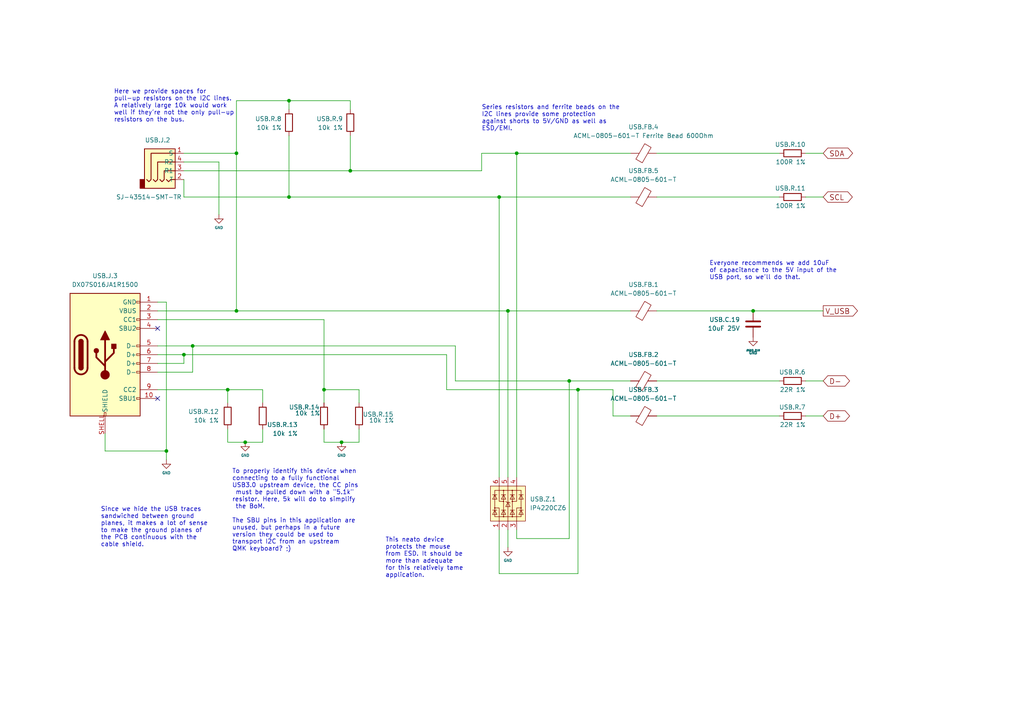
<source format=kicad_sch>
(kicad_sch (version 20211123) (generator eeschema)
  (paper "A4")
  (title_block (title "Connectors-SchDoc") (date "17 01 2023") (rev "2.001") (comment 4 "Original: Copyright Ploopy Corporation 2021") (comment 5 "Modified: Copyright Riesi 2023") (comment 7 "Licensed under the CERN-OHL-S v2") (comment 8 "http://ohwr.org/cernohl"))
  (lib_symbols
    (symbol "Device:C" (pin_numbers hide) (pin_names (offset 0.254))
      (property "Reference" "C" (at 0.635 2.54 0))
      (property "Value" "C" (at 0.635 -2.54 0))
      (symbol "C_0_1"
        (polyline (pts (xy -2.032 -0.762) (xy 2.032 -0.762)) (stroke (width 0.508)))
        (polyline (pts (xy -2.032 0.762) (xy 2.032 0.762)) (stroke (width 0.508)))
      )
      (symbol "C_1_1"
        (pin passive line (at 0 3.81 270) (length 2.794) (name "~") (number "1"))
        (pin passive line (at 0 -3.81 90) (length 2.794) (name "~") (number "2"))
      )
    )
    (symbol "Device:FerriteBead" (pin_numbers hide) (pin_names (offset 0))
      (property "Reference" "FB" (at -3.81 0.635 90))
      (property "Value" "FerriteBead" (at 3.81 0 90))
      (symbol "FerriteBead_0_1"
        (polyline (pts (xy 0 -1.27) (xy 0 -1.2192)))
        (polyline (pts (xy 0 1.27) (xy 0 1.2954)))
        (polyline (pts (xy -2.7686 0.4064) (xy -1.7018 2.2606) (xy 2.7686 -0.3048) (xy 1.6764 -2.159) (xy -2.7686 0.4064)))
      )
      (symbol "FerriteBead_1_1"
        (pin passive line (at 0 3.81 270) (length 2.54) (name "~") (number "1"))
        (pin passive line (at 0 -3.81 90) (length 2.54) (name "~") (number "2"))
      )
    )
    (symbol "Device:R" (pin_numbers hide) (pin_names (offset 0))
      (property "Reference" "R" (at 2.032 0 90))
      (property "Value" "R" (at 0 0 90))
      (symbol "R_0_1"
        (rectangle (start -1.016 -2.54) (end 1.016 2.54) (stroke (width 0.254)))
      )
      (symbol "R_1_1"
        (pin passive line (at 0 3.81 270) (length 1.27) (name "~") (number "1"))
        (pin passive line (at 0 -3.81 90) (length 1.27) (name "~") (number "2"))
      )
    )
    (symbol "FerriteBead_1" (pin_numbers hide) (pin_names (offset 0))
      (property "Reference" "FB" (at -3.81 0.635 90))
      (property "Value" "FerriteBead_1" (at 3.81 0 90))
      (symbol "FerriteBead_1_0_1"
        (polyline (pts (xy 0 -1.27) (xy 0 -1.2192)))
        (polyline (pts (xy 0 1.27) (xy 0 1.2954)))
        (polyline (pts (xy -2.7686 0.4064) (xy -1.7018 2.2606) (xy 2.7686 -0.3048) (xy 1.6764 -2.159) (xy -2.7686 0.4064)))
      )
      (symbol "FerriteBead_1_1_1"
        (pin passive line (at 0 3.81 270) (length 2.54) (name "~") (number "1"))
        (pin passive line (at 0 -3.81 90) (length 2.54) (name "~") (number "2"))
      )
    )
    (symbol "Mouse_Parts:AudioJack4"
      (property "Reference" "J" (at 0 8.89 0))
      (property "Value" "AudioJack4" (at 0 6.35 0))
      (symbol "AudioJack4_0_1"
        (rectangle (start -6.35 -5.08) (end -7.62 -7.62) (stroke (width 0.254)) (fill (type outline)))
        (polyline (pts (xy 0 -5.08) (xy 0.635 -5.715) (xy 1.27 -5.08) (xy 2.54 -5.08)) (stroke (width 0.254)))
        (polyline (pts (xy -5.715 -5.08) (xy -5.08 -5.715) (xy -4.445 -5.08) (xy -4.445 2.54) (xy 2.54 2.54)) (stroke (width 0.254)))
        (polyline (pts (xy -1.905 -5.08) (xy -1.27 -5.715) (xy -0.635 -5.08) (xy -0.635 -2.54) (xy 2.54 -2.54)) (stroke (width 0.254)))
        (polyline (pts (xy 2.54 0) (xy -2.54 0) (xy -2.54 -5.08) (xy -3.175 -5.715) (xy -3.81 -5.08)) (stroke (width 0.254)))
        (rectangle (start 2.54 3.81) (end -6.35 -7.62) (stroke (width 0.254)) (fill (type background)))
      )
      (symbol "AudioJack4_1_1"
        (pin passive line (at 5.08 2.54 180) (length 2.54) (name "S") (number "1"))
        (pin passive line (at 5.08 -5.08 180) (length 2.54) (name "T") (number "2"))
        (pin passive line (at 5.08 -2.54 180) (length 2.54) (name "R1") (number "3"))
        (pin passive line (at 5.08 0 180) (length 2.54) (name "R2") (number "4"))
      )
    )
    (symbol "Mouse_Parts:IP4220CZ6"
      (property "Reference" "U" (at -0.635 6.985 0))
      (property "Value" "IP4220CZ6" (at 0 -6.35 0))
      (symbol "IP4220CZ6_0_1"
        (rectangle (start -5.08 5.08) (end 5.08 -5.08) (fill (type background)))
        (circle (center -3.81 -1.27) (radius 0.127))
        (circle (center -3.81 1.27) (radius 0.127))
        (circle (center -1.27 -3.81) (radius 0.127))
        (circle (center -1.27 3.81) (radius 0.127))
        (polyline (pts (xy -3.81 -1.27) (xy 3.81 -1.27)))
        (polyline (pts (xy -3.81 1.27) (xy 3.81 1.27)))
        (polyline (pts (xy -3.81 3.81) (xy -3.81 -3.81)))
        (polyline (pts (xy -3.81 3.81) (xy 3.81 3.81)))
        (polyline (pts (xy -1.905 -3.175) (xy -1.905 -4.445)))
        (polyline (pts (xy -1.905 -0.635) (xy -1.905 -1.905)))
        (polyline (pts (xy -1.905 1.905) (xy -1.905 0.635)))
        (polyline (pts (xy -1.905 4.445) (xy -1.905 3.175)))
        (polyline (pts (xy 0.127 -0.635) (xy 0.127 -0.635)))
        (polyline (pts (xy 2.54 -3.175) (xy 2.54 -4.445)))
        (polyline (pts (xy 2.54 -0.635) (xy 2.54 -1.905)))
        (polyline (pts (xy 2.54 1.905) (xy 2.54 0.635)))
        (polyline (pts (xy 2.54 4.445) (xy 2.54 3.175)))
        (polyline (pts (xy 3.81 -3.81) (xy 3.81 3.81)))
        (polyline (pts (xy -5.08 0) (xy 5.08 0) (xy 4.445 0)))
        (polyline (pts (xy -3.81 -3.81) (xy 3.81 -3.81) (xy 3.81 -3.81)))
        (polyline (pts (xy -1.27 -3.81) (xy -1.27 -2.54) (xy -5.08 -2.54)))
        (polyline (pts (xy -1.27 3.81) (xy -1.27 2.54) (xy -5.08 2.54)))
        (polyline (pts (xy 0.635 -1.27) (xy 0.635 -2.54) (xy 5.08 -2.54)))
        (polyline (pts (xy 0.635 1.27) (xy 0.635 2.54) (xy 5.08 2.54)))
        (polyline (pts (xy -3.175 -3.175) (xy -3.175 -4.445) (xy -1.905 -3.81) (xy -3.175 -3.175)))
        (polyline (pts (xy -3.175 -0.635) (xy -3.175 -1.905) (xy -1.905 -1.27) (xy -3.175 -0.635)))
        (polyline (pts (xy -3.175 1.905) (xy -3.175 0.635) (xy -1.905 1.27) (xy -3.175 1.905)))
        (polyline (pts (xy -3.175 4.445) (xy -3.175 3.175) (xy -1.905 3.81) (xy -3.175 4.445)))
        (polyline (pts (xy 0.635 0.635) (xy 0.381 0.381) (xy 0.381 -0.381) (xy 0.127 -0.635)))
        (polyline (pts (xy 1.27 -3.175) (xy 1.27 -4.445) (xy 2.54 -3.81) (xy 1.27 -3.175)))
        (polyline (pts (xy 1.27 -0.635) (xy 1.27 -1.905) (xy 2.54 -1.27) (xy 1.27 -0.635)))
        (polyline (pts (xy 1.27 1.905) (xy 1.27 0.635) (xy 2.54 1.27) (xy 1.27 1.905)))
        (polyline (pts (xy 1.27 4.445) (xy 1.27 3.175) (xy 2.54 3.81) (xy 1.27 4.445)))
        (circle (center 0.635 -1.27) (radius 0.127))
        (circle (center 0.635 1.27) (radius 0.127))
        (circle (center 3.81 -1.27) (radius 0.127))
        (circle (center 3.81 1.27) (radius 0.127))
      )
      (symbol "IP4220CZ6_1_1"
        (polyline (pts (xy -0.889 0.635) (xy -0.889 -0.635) (xy 0.381 0) (xy -0.889 0.635)))
        (pin passive line (at -7.62 2.54 0) (length 2.54) (name "~") (number "1"))
        (pin passive line (at -7.62 0 0) (length 2.54) (name "~") (number "2"))
        (pin passive line (at -7.62 -2.54 0) (length 2.54) (name "~") (number "3"))
        (pin passive line (at 7.62 -2.54 180) (length 2.54) (name "~") (number "4"))
        (pin passive line (at 7.62 0 180) (length 2.54) (name "~") (number "5"))
        (pin passive line (at 7.62 2.54 180) (length 2.54) (name "~") (number "6"))
      )
    )
    (symbol "Mouse_Parts:USB_C_Receptacle_USB2.0" (pin_names (offset 1.016))
      (property "Reference" "J" (at -10.16 19.05 0))
      (property "Value" "USB_C_Receptacle_USB2.0" (at 19.05 19.05 0))
      (symbol "USB_C_Receptacle_USB2.0_0_0"
        (rectangle (start -0.254 -17.78) (end 0.254 -16.764))
        (rectangle (start 10.16 -12.446) (end 9.144 -12.954))
        (rectangle (start 10.16 -4.826) (end 9.144 -5.334))
        (rectangle (start 10.16 -2.286) (end 9.144 -2.794))
        (rectangle (start 10.16 0.254) (end 9.144 -0.254))
        (rectangle (start 10.16 2.794) (end 9.144 2.286))
        (rectangle (start 10.16 7.874) (end 9.144 7.366))
        (rectangle (start 10.16 10.414) (end 9.144 9.906))
        (rectangle (start 10.16 15.494) (end 9.144 14.986))
      )
      (symbol "USB_C_Receptacle_USB2.0_0_1"
        (rectangle (start -10.16 17.78) (end 10.16 -17.78) (stroke (width 0.254)) (fill (type background)))
        (arc (start -8.89 -3.81) (mid -6.985 -5.715) (end -5.08 -3.81) (stroke (width 0.508)))
        (arc (start -7.62 -3.81) (mid -6.985 -4.445) (end -6.35 -3.81) (stroke (width 0.254)))
        (arc (start -7.62 -3.81) (mid -6.985 -4.445) (end -6.35 -3.81) (stroke (width 0.254)) (fill (type outline)))
        (rectangle (start -7.62 -3.81) (end -6.35 3.81) (stroke (width 0.254)) (fill (type outline)))
        (arc (start -6.35 3.81) (mid -6.985 4.445) (end -7.62 3.81) (stroke (width 0.254)))
        (arc (start -6.35 3.81) (mid -6.985 4.445) (end -7.62 3.81) (stroke (width 0.254)) (fill (type outline)))
        (arc (start -5.08 3.81) (mid -6.985 5.715) (end -8.89 3.81) (stroke (width 0.508)))
        (circle (center -2.54 1.143) (radius 0.635) (stroke (width 0.254)) (fill (type outline)))
        (circle (center 0 -5.842) (radius 1.27) (fill (type outline)))
        (polyline (pts (xy -8.89 -3.81) (xy -8.89 3.81)) (stroke (width 0.508)))
        (polyline (pts (xy -5.08 3.81) (xy -5.08 -3.81)) (stroke (width 0.508)))
        (polyline (pts (xy 0 -5.842) (xy 0 4.318)) (stroke (width 0.508)))
        (polyline (pts (xy 0 -3.302) (xy -2.54 -0.762) (xy -2.54 0.508)) (stroke (width 0.508)))
        (polyline (pts (xy 0 -2.032) (xy 2.54 0.508) (xy 2.54 1.778)) (stroke (width 0.508)))
        (polyline (pts (xy -1.27 4.318) (xy 0 6.858) (xy 1.27 4.318) (xy -1.27 4.318)) (stroke (width 0.254)) (fill (type outline)))
        (rectangle (start 1.905 1.778) (end 3.175 3.048) (stroke (width 0.254)) (fill (type outline)))
      )
      (symbol "USB_C_Receptacle_USB2.0_1_1"
        (pin passive line (at 15.24 15.24 180) (length 5.08) (name "GND") (number "1"))
        (pin bidirectional line (at 15.24 -12.7 180) (length 5.08) (name "SBU1") (number "10"))
        (pin passive line (at 15.24 12.7 180) (length 5.08) hide (name "VBUS") (number "11"))
        (pin passive line (at 15.24 15.24 180) (length 5.08) hide (name "GND") (number "12"))
        (pin passive line (at 15.24 12.7 180) (length 5.08) (name "VBUS") (number "2"))
        (pin bidirectional line (at 15.24 10.16 180) (length 5.08) (name "CC1") (number "3"))
        (pin bidirectional line (at 15.24 7.62 180) (length 5.08) (name "SBU2") (number "4"))
        (pin bidirectional line (at 15.24 2.54 180) (length 5.08) (name "D-") (number "5"))
        (pin bidirectional line (at 15.24 0 180) (length 5.08) (name "D+") (number "6"))
        (pin bidirectional line (at 15.24 -2.54 180) (length 5.08) (name "D+") (number "7"))
        (pin bidirectional line (at 15.24 -5.08 180) (length 5.08) (name "D-") (number "8"))
        (pin bidirectional line (at 15.24 -10.16 180) (length 5.08) (name "CC2") (number "9"))
        (pin passive line (at 0 -22.86 90) (length 5.08) (name "SHIELD") (number "SHELL"))
      )
    )
    (symbol "power:GND" (power) (pin_names (offset 0))
      (property "Value" "GND" (at 0 -3.81 0))
      (symbol "GND_0_1"
        (polyline (pts (xy 0 0) (xy 0 -1.27) (xy 1.27 -1.27) (xy 0 -2.54) (xy -1.27 -1.27) (xy 0 -1.27)))
      )
      (symbol "GND_1_1"
        (pin power_in line (at 0 0 270) (length 0) hide (name "GND") (number "1"))
      )
    )
  )
  (junction (at 68.58 90.17))
  (junction (at 99.06 128.27))
  (junction (at 144.78 57.15))
  (junction (at 147.32 90.17))
  (junction (at 66.04 113.03))
  (junction (at 83.82 29.21))
  (junction (at 53.34 102.87))
  (junction (at 71.12 128.27))
  (junction (at 149.86 44.45))
  (junction (at 55.88 100.33))
  (junction (at 218.44 90.17))
  (junction (at 48.26 130.81))
  (junction (at 101.6 49.53))
  (junction (at 83.82 57.15))
  (junction (at 93.98 113.03))
  (junction (at 167.64 113.03))
  (junction (at 68.58 44.45))
  (junction (at 165.1 110.49))
  (no_connect (at 45.72 115.57))
  (no_connect (at 45.72 95.25))
  (wire (pts (xy 83.82 29.21) (xy 83.82 31.75)))
  (wire (pts (xy 101.6 29.21) (xy 101.6 31.75)))
  (wire (pts (xy 68.58 90.17) (xy 68.58 44.45)))
  (wire (pts (xy 93.98 113.03) (xy 93.98 92.71)))
  (wire (pts (xy 55.88 100.33) (xy 55.88 107.95)))
  (wire (pts (xy 129.54 102.87) (xy 53.34 102.87)))
  (wire (pts (xy 190.5 90.17) (xy 218.44 90.17)))
  (wire (pts (xy 132.08 100.33) (xy 132.08 110.49)))
  (wire (pts (xy 55.88 100.33) (xy 132.08 100.33)))
  (wire (pts (xy 147.32 90.17) (xy 68.58 90.17)))
  (wire (pts (xy 101.6 49.53) (xy 101.6 39.37)))
  (wire (pts (xy 76.2 116.84) (xy 76.2 113.03)))
  (wire (pts (xy 104.14 113.03) (xy 93.98 113.03)))
  (wire (pts (xy 76.2 113.03) (xy 66.04 113.03)))
  (wire (pts (xy 63.5 62.23) (xy 63.5 46.99)))
  (wire (pts (xy 99.06 128.27) (xy 93.98 128.27)))
  (wire (pts (xy 132.08 110.49) (xy 165.1 110.49)))
  (wire (pts (xy 83.82 57.15) (xy 53.34 57.15)))
  (wire (pts (xy 144.78 57.15) (xy 144.78 138.43)))
  (wire (pts (xy 139.7 49.53) (xy 101.6 49.53)))
  (wire (pts (xy 238.76 120.65) (xy 233.68 120.65)))
  (wire (pts (xy 165.1 156.21) (xy 165.1 110.49)))
  (wire (pts (xy 48.26 87.63) (xy 48.26 130.81)))
  (wire (pts (xy 104.14 116.84) (xy 104.14 113.03)))
  (wire (pts (xy 218.44 90.17) (xy 238.76 90.17)))
  (wire (pts (xy 66.04 113.03) (xy 45.72 113.03)))
  (wire (pts (xy 53.34 52.07) (xy 53.34 57.15)))
  (wire (pts (xy 167.64 113.03) (xy 129.54 113.03)))
  (wire (pts (xy 93.98 92.71) (xy 45.72 92.71)))
  (wire (pts (xy 226.06 57.15) (xy 190.5 57.15)))
  (wire (pts (xy 30.48 130.81) (xy 30.48 125.73)))
  (wire (pts (xy 149.86 156.21) (xy 165.1 156.21)))
  (wire (pts (xy 144.78 153.67) (xy 144.78 166.37)))
  (wire (pts (xy 104.14 124.46) (xy 104.14 128.27)))
  (wire (pts (xy 30.48 130.81) (xy 48.26 130.81)))
  (wire (pts (xy 53.34 102.87) (xy 45.72 102.87)))
  (wire (pts (xy 68.58 44.45) (xy 53.34 44.45)))
  (wire (pts (xy 226.06 120.65) (xy 190.5 120.65)))
  (wire (pts (xy 68.58 29.21) (xy 83.82 29.21)))
  (wire (pts (xy 182.88 120.65) (xy 177.8 120.65)))
  (wire (pts (xy 182.88 90.17) (xy 147.32 90.17)))
  (wire (pts (xy 226.06 44.45) (xy 190.5 44.45)))
  (wire (pts (xy 48.26 133.35) (xy 48.26 130.81)))
  (wire (pts (xy 149.86 44.45) (xy 139.7 44.45)))
  (wire (pts (xy 76.2 124.46) (xy 76.2 128.27)))
  (wire (pts (xy 226.06 110.49) (xy 190.5 110.49)))
  (wire (pts (xy 53.34 102.87) (xy 53.34 105.41)))
  (wire (pts (xy 149.86 153.67) (xy 149.86 156.21)))
  (wire (pts (xy 149.86 44.45) (xy 149.86 138.43)))
  (wire (pts (xy 167.64 166.37) (xy 167.64 113.03)))
  (wire (pts (xy 93.98 128.27) (xy 93.98 124.46)))
  (wire (pts (xy 83.82 29.21) (xy 101.6 29.21)))
  (wire (pts (xy 104.14 128.27) (xy 99.06 128.27)))
  (wire (pts (xy 83.82 57.15) (xy 83.82 39.37)))
  (wire (pts (xy 129.54 113.03) (xy 129.54 102.87)))
  (wire (pts (xy 147.32 158.75) (xy 147.32 153.67)))
  (wire (pts (xy 83.82 57.15) (xy 144.78 57.15)))
  (wire (pts (xy 45.72 100.33) (xy 55.88 100.33)))
  (wire (pts (xy 147.32 90.17) (xy 147.32 138.43)))
  (wire (pts (xy 93.98 116.84) (xy 93.98 113.03)))
  (wire (pts (xy 45.72 90.17) (xy 68.58 90.17)))
  (wire (pts (xy 233.68 110.49) (xy 238.76 110.49)))
  (wire (pts (xy 233.68 57.15) (xy 238.76 57.15)))
  (wire (pts (xy 76.2 128.27) (xy 71.12 128.27)))
  (wire (pts (xy 55.88 107.95) (xy 45.72 107.95)))
  (wire (pts (xy 139.7 44.45) (xy 139.7 49.53)))
  (wire (pts (xy 144.78 166.37) (xy 167.64 166.37)))
  (wire (pts (xy 177.8 113.03) (xy 167.64 113.03)))
  (wire (pts (xy 71.12 128.27) (xy 66.04 128.27)))
  (wire (pts (xy 238.76 44.45) (xy 233.68 44.45)))
  (wire (pts (xy 165.1 110.49) (xy 182.88 110.49)))
  (wire (pts (xy 182.88 57.15) (xy 144.78 57.15)))
  (wire (pts (xy 66.04 128.27) (xy 66.04 124.46)))
  (wire (pts (xy 149.86 44.45) (xy 182.88 44.45)))
  (wire (pts (xy 48.26 87.63) (xy 45.72 87.63)))
  (wire (pts (xy 66.04 116.84) (xy 66.04 113.03)))
  (wire (pts (xy 53.34 105.41) (xy 45.72 105.41)))
  (wire (pts (xy 63.5 46.99) (xy 53.34 46.99)))
  (wire (pts (xy 101.6 49.53) (xy 53.34 49.53)))
  (wire (pts (xy 68.58 29.21) (xy 68.58 44.45)))
  (wire (pts (xy 177.8 120.65) (xy 177.8 113.03)))
  (text "Everyone recommends we add 10uF \nof capacitance to the 5V input of the \nUSB port, so we'll do that." (at 205.74 81.28 0) (effects (font (size 1.27 1.27)) (justify left bottom)))
  (text "Series resistors and ferrite beads on the\nI2C lines provide some protection \nagainst shorts to 5V/GND as well as \nESD/EMI." (at 139.7 38.1 0) (effects (font (size 1.27 1.27)) (justify left bottom)))
  (text "Since we hide the USB traces \nsandwiched between ground \nplanes, it makes a lot of sense \nto make the ground planes of \nthe PCB continuous with the \ncable shield." (at 29.21 158.75 0) (effects (font (size 1.27 1.27)) (justify left bottom)))
  (text "To properly identify this device when \nconnecting to a fully functional \nUSB3.0 upstream device, the CC pins\n must be pulled down with a \"5.1k\" \nresistor. Here, 5k will do to simplify\n the BoM.    \n\nThe SBU pins in this application are \nunused, but perhaps in a future \nversion they could be used to \ntransport I2C from an upstream \nQMK keyboard? ;)" (at 67.31 160.02 0) (effects (font (size 1.27 1.27)) (justify left bottom)))
  (text "Here we provide spaces for \npull-up resistors on the I2C lines. \nA relatively large 10k would work \nwell if they're not the only pull-up \nresistors on the bus." (at 33.02 35.56 0) (effects (font (size 1.27 1.27)) (justify left bottom)))
  (text "This neato device \nprotects the mouse \nfrom ESD. It should be \nmore than adequate \nfor this relatively tame \napplication." (at 111.76 167.64 0) (effects (font (size 1.27 1.27)) (justify left bottom)))
  (global_label "D-" (shape bidirectional) (at 238.76 110.49 0) (effects (font (size 1.524 1.524))) (property "Intersheet References" "${INTERSHEET_REFS}" (effects hide)))
  (global_label "SDA" (shape bidirectional) (at 238.76 44.45 0) (effects (font (size 1.524 1.524))) (property "Intersheet References" "${INTERSHEET_REFS}" (effects hide)))
  (global_label "D+" (shape bidirectional) (at 238.76 120.65 0) (effects (font (size 1.524 1.524))) (property "Intersheet References" "${INTERSHEET_REFS}" (effects hide)))
  (global_label "V_USB" (shape output) (at 238.76 90.17 0) (effects (font (size 1.524 1.524))) (property "Intersheet References" "${INTERSHEET_REFS}" (effects hide)))
  (global_label "SCL" (shape bidirectional) (at 238.76 57.15 0) (effects (font (size 1.524 1.524))) (property "Intersheet References" "${INTERSHEET_REFS}" (effects hide)))
  (symbol (lib_id "power:GND") (at 63.5 62.23 0) (unit 1)
    (property "Reference" "#GND_014" (effects hide))
    (property "Value" "GND" (at 63.5 66.04 0) (effects (font (size 0.762 0.762))))
  )
  (symbol (lib_id "power:GND") (at 99.06 128.27 0) (unit 1)
    (property "Reference" "#GND_013" (effects hide))
    (property "Value" "GND" (at 99.06 132.08 0) (effects (font (size 0.762 0.762))))
  )
  (symbol (lib_id "power:GND") (at 71.12 128.27 0) (unit 1)
    (property "Reference" "#GND_012" (effects hide))
    (property "Value" "GND" (at 71.12 132.08 0) (effects (font (size 0.762 0.762))))
  )
  (symbol (lib_id "power:GND") (at 48.26 133.35 0) (unit 1)
    (property "Reference" "#GND_011" (effects hide))
    (property "Value" "GND" (at 48.26 137.16 0) (effects (font (size 0.762 0.762))))
  )
  (symbol (lib_id "power:GND") (at 218.44 97.79 0) (unit 1)
    (property "Reference" "#GND_010" (at 218.44 101.6 0) (effects (font (size 0.508 0.508))))
    (property "Value" "GND" (at 218.44 102.362 0) (effects (font (size 0.762 0.762))))
  )
  (symbol (lib_id "power:GND") (at 147.32 158.75 0) (unit 1)
    (property "Reference" "#GND_09" (effects hide))
    (property "Value" "GND" (at 147.32 162.56 0) (effects (font (size 0.762 0.762))))
  )
  (symbol (lib_name "FerriteBead_1") (lib_id "Device:FerriteBead") (at 186.69 90.17 90) (unit 1)
    (property "Reference" "USB.FB.1" (at 186.6392 82.55 90))
    (property "Value" "ACML-0805-601-T" (at 186.6392 85.09 90))
    (property "Footprint" "Chip_Passives.PcbLib:0805" (effects hide))
  )
  (symbol (lib_id "Device:FerriteBead") (at 186.69 57.15 90) (unit 1)
    (property "Reference" "USB.FB.5" (at 186.6392 49.53 90))
    (property "Value" "ACML-0805-601-T" (at 186.6392 52.07 90))
    (property "Footprint" "Chip_Passives.PcbLib:0805" (effects hide))
  )
  (symbol (lib_id "Device:R") (at 83.82 35.56 180) (unit 1)
    (property "Reference" "USB.R.8" (at 81.6954 34.4718 0) (effects (justify left)))
    (property "Value" "10k 1%" (at 81.6954 37.0118 0) (effects (justify left)))
    (property "Footprint" "Chip_Passives.PcbLib:0805" (effects hide))
  )
  (symbol (lib_id "Device:R") (at 229.87 57.15 90) (unit 1)
    (property "Reference" "USB.R.11" (at 233.68 54.61 90) (effects (justify left)))
    (property "Value" "100R 1%" (at 233.68 59.69 90) (effects (justify left)))
    (property "Footprint" "Chip_Passives.PcbLib:0805" (effects hide))
  )
  (symbol (lib_id "Device:R") (at 66.04 120.65 180) (unit 1)
    (property "Reference" "USB.R.12" (at 63.5 119.38 0) (effects (justify left)))
    (property "Value" "10k 1%" (at 63.5 121.92 0) (effects (justify left)))
    (property "Footprint" "Chip_Passives.PcbLib:0805" (effects hide))
  )
  (symbol (lib_id "Device:R") (at 93.98 120.65 180) (unit 1)
    (property "Reference" "USB.R.14" (at 92.71 118.11 0) (effects (justify left)))
    (property "Value" "10k 1%" (at 92.8708 119.8433 0) (effects (justify left)))
    (property "Footprint" "Chip_Passives.PcbLib:0805" (effects hide))
  )
  (symbol (lib_id "Device:R") (at 101.6 35.56 180) (unit 1)
    (property "Reference" "USB.R.9" (at 99.4754 34.4718 0) (effects (justify left)))
    (property "Value" "10k 1%" (at 99.4754 37.0118 0) (effects (justify left)))
    (property "Footprint" "Chip_Passives.PcbLib:0805" (effects hide))
  )
  (symbol (lib_id "Device:FerriteBead") (at 186.69 110.49 90) (unit 1)
    (property "Reference" "USB.FB.2" (at 186.6392 102.87 90))
    (property "Value" "ACML-0805-601-T" (at 186.6392 105.41 90))
    (property "Footprint" "Chip_Passives.PcbLib:0805" (effects hide))
  )
  (symbol (lib_id "Mouse_Parts:AudioJack4") (at 48.26 46.99 0) (unit 1)
    (property "Reference" "USB.J.2" (at 45.72 40.64 0))
    (property "Value" "SJ-43514-SMT-TR" (at 43.18 57.15 0))
    (property "Footprint" "Connectors.PcbLib:SJ-43514-SMT-TR" (effects hide))
  )
  (symbol (lib_id "Device:R") (at 104.14 120.65 180) (unit 1)
    (property "Reference" "USB.R.15" (at 114.1392 120.1867 0) (effects (justify left)))
    (property "Value" "10k 1%" (at 114.3 121.92 0) (effects (justify left)))
    (property "Footprint" "Chip_Passives.PcbLib:0805" (effects hide))
  )
  (symbol (lib_id "Device:C") (at 218.44 93.98 0) (mirror x) (unit 1)
    (property "Reference" "USB.C.19" (at 214.63 92.7099 0) (effects (justify right)))
    (property "Value" "10uF 25V" (at 214.63 95.2499 0) (effects (justify right)))
    (property "Footprint" "Chip_Passives.PcbLib:0805" (effects hide))
  )
  (symbol (lib_id "Mouse_Parts:IP4220CZ6") (at 147.32 146.05 90) (unit 1)
    (property "Reference" "USB.Z.1" (at 153.67 144.7799 90) (effects (justify right)))
    (property "Value" "IP4220CZ6" (at 153.67 147.3199 90) (effects (justify right)))
    (property "Footprint" "Diodes.PcbLib:PESD3V3S4UD - SOT95P275X110-6N" (effects hide))
  )
  (symbol (lib_id "Device:FerriteBead") (at 186.69 44.45 90) (unit 1)
    (property "Reference" "USB.FB.4" (at 186.6392 36.83 90))
    (property "Value" "ACML-0805-601-T Ferrite Bead 600Ohm" (at 186.6392 39.37 90))
    (property "Footprint" "Chip_Passives.PcbLib:0805" (effects hide))
  )
  (symbol (lib_id "Device:FerriteBead") (at 186.69 120.65 90) (unit 1)
    (property "Reference" "USB.FB.3" (at 186.6392 113.03 90))
    (property "Value" "ACML-0805-601-T" (at 186.6392 115.57 90))
    (property "Footprint" "Chip_Passives.PcbLib:0805" (effects hide))
  )
  (symbol (lib_id "Device:R") (at 229.87 110.49 90) (unit 1)
    (property "Reference" "USB.R.6" (at 233.68 107.95 90) (effects (justify left)))
    (property "Value" "22R 1%" (at 233.68 113.03 90) (effects (justify left)))
    (property "Footprint" "Chip_Passives.PcbLib:0805" (effects hide))
  )
  (symbol (lib_id "Device:R") (at 76.2 120.65 180) (unit 1)
    (property "Reference" "USB.R.13" (at 86.36 123.19 0) (effects (justify left)))
    (property "Value" "10k 1%" (at 86.36 125.73 0) (effects (justify left)))
    (property "Footprint" "Chip_Passives.PcbLib:0805" (effects hide))
  )
  (symbol (lib_id "Mouse_Parts:USB_C_Receptacle_USB2.0") (at 30.48 102.87 0) (unit 1)
    (property "Reference" "USB.J.3" (at 30.48 80.01 0))
    (property "Value" "DX07S016JA1R1500" (at 30.48 82.55 0))
    (property "Footprint" "Connectors.PcbLib:DX07S016JA1R1500" (effects hide))
    (property "Datasheet" "https://www.usb.org/sites/default/files/documents/usb_type-c.zip" (effects hide))
  )
  (symbol (lib_id "Device:R") (at 229.87 120.65 90) (unit 1)
    (property "Reference" "USB.R.7" (at 233.68 118.11 90) (effects (justify left)))
    (property "Value" "22R 1%" (at 233.68 123.19 90) (effects (justify left)))
    (property "Footprint" "Chip_Passives.PcbLib:0805" (effects hide))
  )
  (symbol (lib_id "Device:R") (at 229.87 44.45 90) (unit 1)
    (property "Reference" "USB.R.10" (at 233.68 41.91 90) (effects (justify left)))
    (property "Value" "100R 1%" (at 233.68 46.99 90) (effects (justify left)))
    (property "Footprint" "Chip_Passives.PcbLib:0805" (effects hide))
  )
)
</source>
